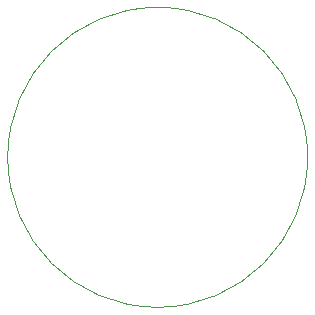
<source format=gko>
G04*
G04 #@! TF.GenerationSoftware,Altium Limited,Altium Designer,19.1.6 (110)*
G04*
G04 Layer_Color=16711935*
%FSLAX25Y25*%
%MOIN*%
G70*
G01*
G75*
%ADD48C,0.00100*%
D48*
X99800Y54500D02*
G03*
X99800Y54500I-50000J0D01*
G01*
M02*

</source>
